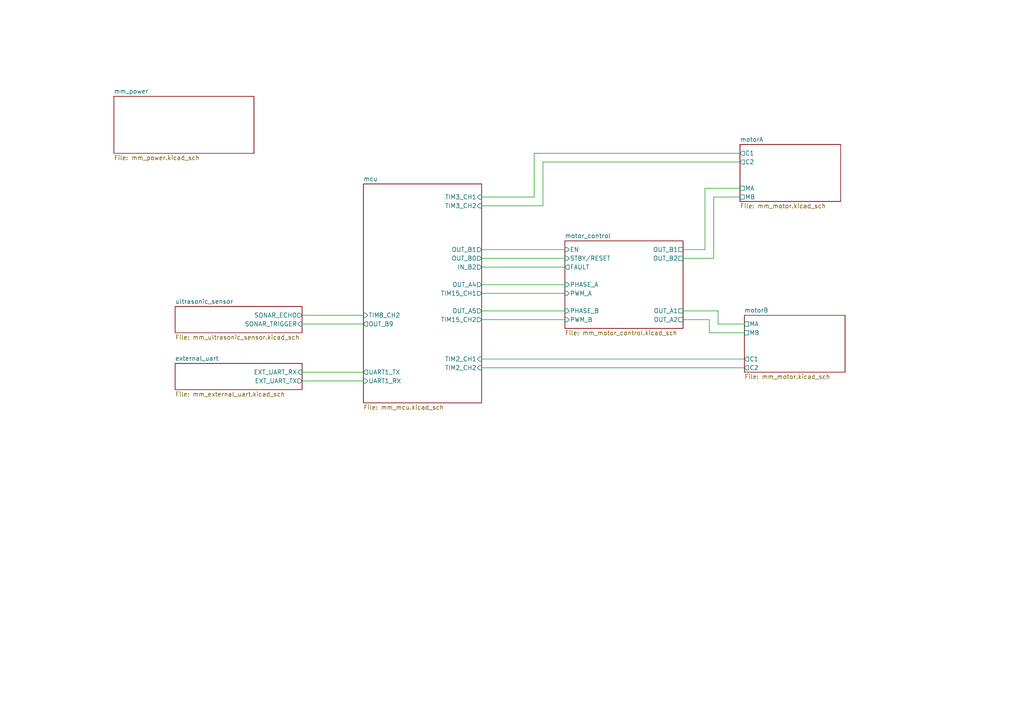
<source format=kicad_sch>
(kicad_sch (version 20230121) (generator eeschema)
  (paper "A4")
  (lib_symbols)
  (wire (pts (xy 87.63 110.49) (xy 105.41 110.49)))
  (wire (pts (xy 139.7 77.47) (xy 163.83 77.47)))
  (wire (pts (xy 139.7 57.15) (xy 154.94 57.15)))
  (wire (pts (xy 139.7 85.09) (xy 163.83 85.09)))
  (wire (pts (xy 198.12 90.17) (xy 208.28 90.17)))
  (wire (pts (xy 139.7 82.55) (xy 163.83 82.55)))
  (wire (pts (xy 204.47 72.39) (xy 204.47 54.61)))
  (wire (pts (xy 139.7 74.93) (xy 163.83 74.93)))
  (wire (pts (xy 198.12 92.71) (xy 205.74 92.71)))
  (wire (pts (xy 139.7 72.39) (xy 163.83 72.39)))
  (wire (pts (xy 157.48 46.99) (xy 157.48 59.69)))
  (wire (pts (xy 204.47 54.61) (xy 214.63 54.61)))
  (wire (pts (xy 87.63 107.95) (xy 105.41 107.95)))
  (wire (pts (xy 87.63 91.44) (xy 105.41 91.44)))
  (wire (pts (xy 139.7 92.71) (xy 163.83 92.71)))
  (wire (pts (xy 214.63 46.99) (xy 157.48 46.99)))
  (wire (pts (xy 207.01 57.15) (xy 214.63 57.15)))
  (wire (pts (xy 208.28 90.17) (xy 208.28 93.98)))
  (wire (pts (xy 205.74 96.52) (xy 215.9 96.52)))
  (wire (pts (xy 208.28 93.98) (xy 215.9 93.98)))
  (wire (pts (xy 205.74 92.71) (xy 205.74 96.52)))
  (wire (pts (xy 198.12 74.93) (xy 207.01 74.93)))
  (wire (pts (xy 139.7 90.17) (xy 163.83 90.17)))
  (wire (pts (xy 139.7 104.14) (xy 215.9 104.14)))
  (wire (pts (xy 87.63 93.98) (xy 105.41 93.98)))
  (wire (pts (xy 139.7 106.68) (xy 215.9 106.68)))
  (wire (pts (xy 154.94 57.15) (xy 154.94 44.45)))
  (wire (pts (xy 198.12 72.39) (xy 204.47 72.39)))
  (wire (pts (xy 207.01 74.93) (xy 207.01 57.15)))
  (wire (pts (xy 157.48 59.69) (xy 139.7 59.69)))
  (wire (pts (xy 154.94 44.45) (xy 214.63 44.45)))
  (sheet (at 163.83 69.85) (size 34.29 25.4) (stroke (width 0.1524))
    (property "Sheetname" "motor_control" (at 163.83 69.1384 0) (effects (justify left bottom)))
    (property "Sheetfile" "mm_motor_control.kicad_sch" (at 163.83 95.8346 0) (effects (justify left top)))
    (pin "OUT_A2" passive (at 198.12 92.71 0))
    (pin "OUT_B1" passive (at 198.12 72.39 0))
    (pin "OUT_B2" passive (at 198.12 74.93 0))
    (pin "OUT_A1" passive (at 198.12 90.17 0))
    (pin "PWM_B" input (at 163.83 92.71 180))
    (pin "PHASE_A" input (at 163.83 82.55 180))
    (pin "PWM_A" input (at 163.83 85.09 180))
    (pin "PHASE_B" input (at 163.83 90.17 180))
    (pin "STBY{slash}RESET" input (at 163.83 74.93 180))
    (pin "EN" input (at 163.83 72.39 180))
    (pin "FAULT" output (at 163.83 77.47 180))
  )
  (sheet (at 50.8 88.9) (size 36.83 7.62) (stroke (width 0.1524))
    (property "Sheetname" "ultrasonic_sensor" (at 50.8 88.1884 0) (effects (justify left bottom)))
    (property "Sheetfile" "mm_ultrasonic_sensor.kicad_sch" (at 50.8 97.1046 0) (effects (justify left top)))
    (pin "SONAR_ECHO" output (at 87.63 91.44 0))
    (pin "SONAR_TRIGGER" input (at 87.63 93.98 0))
  )
  (sheet (at 215.9 91.44) (size 29.21 16.51) (stroke (width 0.1524))
    (property "Sheetname" "motorB" (at 215.9 90.7284 0) (effects (justify left bottom)))
    (property "Sheetfile" "mm_motor.kicad_sch" (at 215.9 108.5346 0) (effects (justify left top)))
    (pin "C1" output (at 215.9 104.14 180))
    (pin "MB" passive (at 215.9 96.52 180))
    (pin "C2" output (at 215.9 106.68 180))
    (pin "MA" passive (at 215.9 93.98 180))
  )
  (sheet (at 33.02 27.94) (size 40.64 16.51) (stroke (width 0.1524))
    (property "Sheetname" "mm_power" (at 33.02 27.2284 0) (effects (justify left bottom)))
    (property "Sheetfile" "mm_power.kicad_sch" (at 33.02 45.0346 0) (effects (justify left top)))
  )
  (sheet (at 214.63 41.91) (size 29.21 16.51) (stroke (width 0.1524))
    (property "Sheetname" "motorA" (at 214.63 41.1984 0) (effects (justify left bottom)))
    (property "Sheetfile" "mm_motor.kicad_sch" (at 214.63 59.0046 0) (effects (justify left top)))
    (pin "C1" output (at 214.63 44.45 180))
    (pin "MB" passive (at 214.63 57.15 180))
    (pin "C2" output (at 214.63 46.99 180))
    (pin "MA" passive (at 214.63 54.61 180))
  )
  (sheet (at 105.41 53.34) (size 34.29 63.5) (stroke (width 0.1524))
    (property "Sheetname" "mcu" (at 105.41 52.6284 0) (effects (justify left bottom)))
    (property "Sheetfile" "mm_mcu.kicad_sch" (at 105.41 117.4246 0) (effects (justify left top)))
    (pin "OUT_B0" output (at 139.7 74.93 0))
    (pin "OUT_B1" output (at 139.7 72.39 0))
    (pin "IN_B2" output (at 139.7 77.47 0))
    (pin "UART1_TX" output (at 105.41 107.95 180))
    (pin "UART1_RX" input (at 105.41 110.49 180))
    (pin "TIM8_CH2" input (at 105.41 91.44 180))
    (pin "OUT_B9" output (at 105.41 93.98 180))
    (pin "TIM2_CH2" input (at 139.7 106.68 0))
    (pin "TIM2_CH1" input (at 139.7 104.14 0))
    (pin "TIM15_CH2" output (at 139.7 92.71 0))
    (pin "TIM15_CH1" output (at 139.7 85.09 0))
    (pin "OUT_A4" output (at 139.7 82.55 0))
    (pin "OUT_A5" output (at 139.7 90.17 0))
    (pin "TIM3_CH1" input (at 139.7 57.15 0))
    (pin "TIM3_CH2" input (at 139.7 59.69 0))
  )
  (sheet (at 50.8 105.41) (size 36.83 7.62) (stroke (width 0.1524))
    (property "Sheetname" "external_uart" (at 50.8 104.6984 0) (effects (justify left bottom)))
    (property "Sheetfile" "mm_external_uart.kicad_sch" (at 50.8 113.6146 0) (effects (justify left top)))
    (pin "EXT_UART_RX" input (at 87.63 107.95 0))
    (pin "EXT_UART_TX" output (at 87.63 110.49 0))
  )
)
</source>
